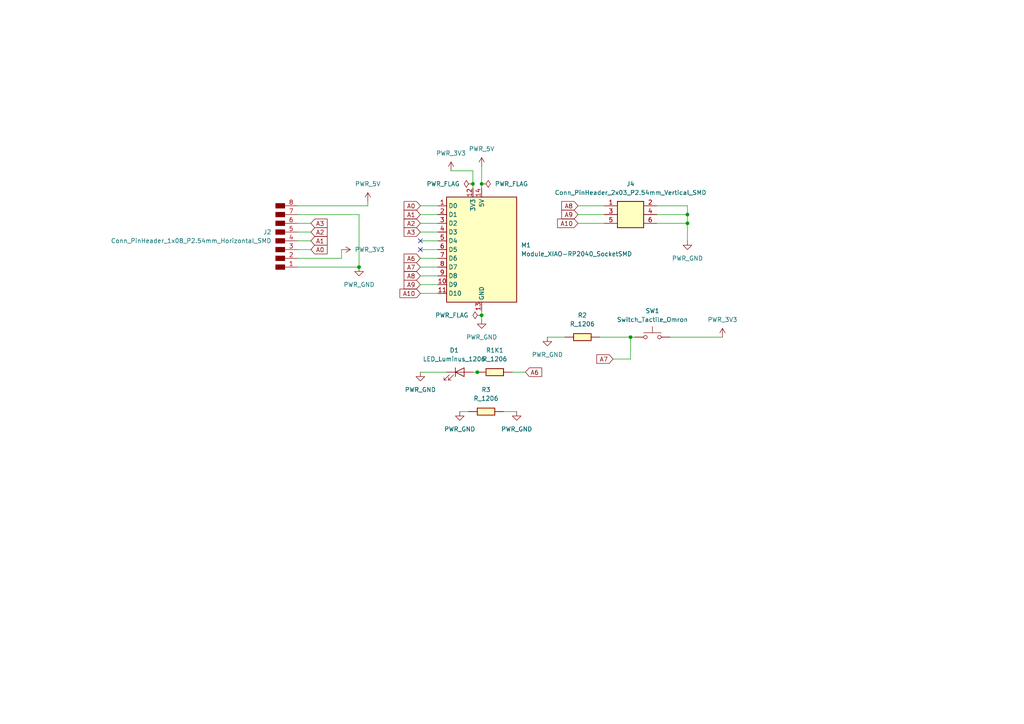
<source format=kicad_sch>
(kicad_sch (version 20231120) (generator "eeschema") (generator_version "8.0")
  (paper "A4")
  (lib_symbols
    (symbol "R_1206_1" (pin_numbers hide) (pin_names (offset 0))
      (property "Reference" "R" (at 2.54 0 90))
      (property "Value" "R_1206" (at -2.54 0 90))
      (symbol "R_1206_1_0_1"
        (rectangle (start -1.016 -2.54) (end 1.016 2.54) (stroke (width 0.254)) (fill (type background)))
      )
      (symbol "R_1206_1_1_1"
        (pin passive line (at 0 5.08 270) (length 2.54) (name "~") (number "1"))
        (pin passive line (at 0 -5.08 90) (length 2.54) (name "~") (number "2"))
      )
    )
    (symbol "R_1206_2" (pin_numbers hide) (pin_names (offset 0))
      (property "Reference" "R" (at 2.54 0 90))
      (property "Value" "R_1206" (at -2.54 0 90))
      (symbol "R_1206_2_0_1"
        (rectangle (start -1.016 -2.54) (end 1.016 2.54) (stroke (width 0.254)) (fill (type background)))
      )
      (symbol "R_1206_2_1_1"
        (pin passive line (at 0 5.08 270) (length 2.54) (name "~") (number "1"))
        (pin passive line (at 0 -5.08 90) (length 2.54) (name "~") (number "2"))
      )
    )
    (symbol "fab:Conn_PinHeader_1x08_P2.54mm_Horizontal_SMD" (pin_names hide)
      (property "Reference" "J" (at 0 10.16 0))
      (property "Value" "Conn_PinHeader_1x08_P2.54mm_Horizontal_SMD" (at 0 -12.7 0))
      (symbol "Conn_PinHeader_1x08_P2.54mm_Horizontal_SMD_1_1"
        (rectangle (start -1.27 -9.525) (end 1.27 -10.795) (stroke (width 0.254)) (fill (type outline)))
        (rectangle (start -1.27 -6.985) (end 1.27 -8.255) (stroke (width 0.254)) (fill (type outline)))
        (rectangle (start -1.27 -4.445) (end 1.27 -5.715) (stroke (width 0.254)) (fill (type outline)))
        (rectangle (start -1.27 -1.905) (end 1.27 -3.175) (stroke (width 0.254)) (fill (type outline)))
        (rectangle (start -1.27 0.635) (end 1.27 -0.635) (stroke (width 0.254)) (fill (type outline)))
        (rectangle (start -1.27 3.175) (end 1.27 1.905) (stroke (width 0.254)) (fill (type outline)))
        (rectangle (start -1.27 5.715) (end 1.27 4.445) (stroke (width 0.254)) (fill (type outline)))
        (rectangle (start -1.27 8.255) (end 1.27 6.985) (stroke (width 0.254)) (fill (type outline)))
        (pin passive line (at 5.08 7.62 180) (length 3.81) (name "Pin_1") (number "1"))
        (pin passive line (at 5.08 5.08 180) (length 3.81) (name "Pin_2") (number "2"))
        (pin passive line (at 5.08 2.54 180) (length 3.81) (name "Pin_3") (number "3"))
        (pin passive line (at 5.08 0 180) (length 3.81) (name "Pin_4") (number "4"))
        (pin passive line (at 5.08 -2.54 180) (length 3.81) (name "Pin_5") (number "5"))
        (pin passive line (at 5.08 -5.08 180) (length 3.81) (name "Pin_6") (number "6"))
        (pin passive line (at 5.08 -7.62 180) (length 3.81) (name "Pin_7") (number "7"))
        (pin passive line (at 5.08 -10.16 180) (length 3.81) (name "Pin_8") (number "8"))
      )
    )
    (symbol "fab:Conn_PinHeader_2x03_P2.54mm_Vertical_SMD" (pin_names hide)
      (property "Reference" "J" (at 0 5.08 0))
      (property "Value" "Conn_PinHeader_2x03_P2.54mm_Vertical_SMD" (at 0 -5.08 0))
      (symbol "Conn_PinHeader_2x03_P2.54mm_Vertical_SMD_1_1"
        (rectangle (start -3.81 3.81) (end 3.81 -3.81) (stroke (width 0.254)) (fill (type background)))
        (pin passive line (at -7.62 2.54 0) (length 3.81) (name "Pin_1") (number "1"))
        (pin passive line (at 7.62 2.54 180) (length 3.81) (name "Pin_2") (number "2"))
        (pin passive line (at -7.62 0 0) (length 3.81) (name "Pin_3") (number "3"))
        (pin passive line (at 7.62 0 180) (length 3.81) (name "Pin_4") (number "4"))
        (pin passive line (at -7.62 -2.54 0) (length 3.81) (name "Pin_5") (number "5"))
        (pin passive line (at 7.62 -2.54 180) (length 3.81) (name "Pin_6") (number "6"))
      )
    )
    (symbol "fab:LED_Luminus_1206" (pin_numbers hide) (pin_names (offset 1.016) hide)
      (property "Reference" "D" (at 0 2.54 0))
      (property "Value" "LED_Luminus_1206" (at 0 -2.54 0))
      (symbol "LED_Luminus_1206_0_1"
        (polyline (pts (xy -1.27 -1.27) (xy -1.27 1.27)) (stroke (width 0.2032)))
        (polyline (pts (xy -1.27 0) (xy 1.27 0)))
        (polyline (pts (xy 1.27 -1.27) (xy 1.27 1.27) (xy -1.27 0) (xy 1.27 -1.27)) (stroke (width 0.2032)))
        (polyline (pts (xy -3.048 -0.762) (xy -4.572 -2.286) (xy -3.81 -2.286) (xy -4.572 -2.286) (xy -4.572 -1.524)))
        (polyline (pts (xy -1.778 -0.762) (xy -3.302 -2.286) (xy -2.54 -2.286) (xy -3.302 -2.286) (xy -3.302 -1.524)))
      )
      (symbol "LED_Luminus_1206_1_1"
        (pin passive line (at -3.81 0 0) (length 2.54) (name "K") (number "1"))
        (pin passive line (at 3.81 0 180) (length 2.54) (name "A") (number "2"))
      )
    )
    (symbol "fab:Module_XIAO-RP2040_SocketSMD"
      (property "Reference" "M" (at -10.16 16.51 0))
      (property "Value" "Module_XIAO-RP2040_SocketSMD" (at 1.27 16.51 0))
      (symbol "Module_XIAO-RP2040_SocketSMD_1_1"
        (rectangle (start -10.16 15.24) (end 10.16 -15.24) (stroke (width 0.254)) (fill (type background)))
        (pin bidirectional line (at -12.7 12.7 0) (length 2.54) (name "D0") (number "1"))
        (pin bidirectional line (at -12.7 -10.16 0) (length 2.54) (name "D9") (number "10"))
        (pin bidirectional line (at -12.7 -12.7 0) (length 2.54) (name "D10") (number "11"))
        (pin power_in line (at -2.54 17.78 270) (length 2.54) (name "3V3") (number "12"))
        (pin power_in line (at 0 -17.78 90) (length 2.54) (name "GND") (number "13"))
        (pin power_in line (at 0 17.78 270) (length 2.54) (name "5V") (number "14"))
        (pin bidirectional line (at -12.7 10.16 0) (length 2.54) (name "D1") (number "2"))
        (pin bidirectional line (at -12.7 7.62 0) (length 2.54) (name "D2") (number "3"))
        (pin bidirectional line (at -12.7 5.08 0) (length 2.54) (name "D3") (number "4"))
        (pin bidirectional line (at -12.7 2.54 0) (length 2.54) (name "D4") (number "5"))
        (pin bidirectional line (at -12.7 0 0) (length 2.54) (name "D5") (number "6"))
        (pin bidirectional line (at -12.7 -2.54 0) (length 2.54) (name "D6") (number "7"))
        (pin bidirectional line (at -12.7 -5.08 0) (length 2.54) (name "D7") (number "8"))
        (pin bidirectional line (at -12.7 -7.62 0) (length 2.54) (name "D8") (number "9"))
      )
    )
    (symbol "fab:PWR_3V3" (power) (pin_names (offset 0))
      (property "Value" "PWR_3V3" (at 0 3.556 0))
      (symbol "PWR_3V3_0_1"
        (polyline (pts (xy -0.762 1.27) (xy 0 2.54)))
        (polyline (pts (xy 0 0) (xy 0 2.54)))
        (polyline (pts (xy 0 2.54) (xy 0.762 1.27)))
      )
      (symbol "PWR_3V3_1_1"
        (pin power_in line (at 0 0 90) (length 0) hide (name "PWR_3V3") (number "1"))
      )
    )
    (symbol "fab:PWR_5V" (power) (pin_names (offset 0))
      (property "Value" "PWR_5V" (at 0 3.556 0))
      (symbol "PWR_5V_0_1"
        (polyline (pts (xy -0.762 1.27) (xy 0 2.54)))
        (polyline (pts (xy 0 0) (xy 0 2.54)))
        (polyline (pts (xy 0 2.54) (xy 0.762 1.27)))
      )
      (symbol "PWR_5V_1_1"
        (pin power_in line (at 0 0 90) (length 0) hide (name "PWR_5V") (number "1"))
      )
    )
    (symbol "fab:PWR_FLAG" (power) (pin_numbers hide) (pin_names (offset 0) hide)
      (property "Value" "PWR_FLAG" (at 0 3.81 0))
      (symbol "PWR_FLAG_0_1"
        (polyline (pts (xy 0 0) (xy 0 1.27) (xy -1.016 1.905) (xy 0 2.54) (xy 1.016 1.905) (xy 0 1.27)))
      )
      (symbol "PWR_FLAG_1_0"
        (pin power_out line (at 0 0 90) (length 0) (name "PWR_FLAG") (number "1"))
      )
    )
    (symbol "fab:PWR_GND" (power) (pin_names (offset 0))
      (property "Value" "PWR_GND" (at 0 -3.81 0))
      (symbol "PWR_GND_0_1"
        (polyline (pts (xy 0 0) (xy 0 -1.27) (xy 1.27 -1.27) (xy 0 -2.54) (xy -1.27 -1.27) (xy 0 -1.27)))
      )
      (symbol "PWR_GND_1_1"
        (pin power_in line (at 0 0 270) (length 0) hide (name "PWR_GND") (number "1"))
      )
    )
    (symbol "fab:R_1206" (pin_numbers hide) (pin_names (offset 0))
      (property "Reference" "R" (at 2.54 0 90))
      (property "Value" "R_1206" (at -2.54 0 90))
      (symbol "R_1206_0_1"
        (rectangle (start -1.016 -2.54) (end 1.016 2.54) (stroke (width 0.254)) (fill (type background)))
      )
      (symbol "R_1206_1_1"
        (pin passive line (at 0 5.08 270) (length 2.54) (name "~") (number "1"))
        (pin passive line (at 0 -5.08 90) (length 2.54) (name "~") (number "2"))
      )
    )
    (symbol "fab:Switch_Tactile_Omron" (pin_numbers hide) (pin_names (offset 1.016) hide)
      (property "Reference" "SW" (at 1.27 2.54 0))
      (property "Value" "Switch_Tactile_Omron" (at 0 -1.524 0))
      (symbol "Switch_Tactile_Omron_0_1"
        (circle (center -2.032 0) (radius 0.508))
        (polyline (pts (xy 0 1.27) (xy 0 3.048)))
        (polyline (pts (xy 2.54 1.27) (xy -2.54 1.27)))
        (circle (center 2.032 0) (radius 0.508))
        (pin passive line (at -5.08 0 0) (length 2.54) (name "1") (number "1"))
        (pin passive line (at 5.08 0 180) (length 2.54) (name "2") (number "2"))
      )
    )
  )
  (junction (at 104.14 77.47))
  (junction (at 139.7 91.44))
  (junction (at 137.16 53.34))
  (junction (at 199.39 62.23))
  (junction (at 138.43 107.95))
  (junction (at 139.7 53.34))
  (junction (at 182.88 97.79))
  (junction (at 199.39 64.77))
  (no_connect (at 121.92 69.85))
  (no_connect (at 121.92 72.39))
  (wire (pts (xy 163.83 97.79) (xy 158.75 97.79)))
  (wire (pts (xy 121.92 74.93) (xy 127 74.93)))
  (wire (pts (xy 148.59 107.95) (xy 152.4 107.95)))
  (wire (pts (xy 86.36 74.93) (xy 99.06 74.93)))
  (wire (pts (xy 86.36 62.23) (xy 104.14 62.23)))
  (wire (pts (xy 182.88 97.79) (xy 184.15 97.79)))
  (wire (pts (xy 167.64 59.69) (xy 175.26 59.69)))
  (wire (pts (xy 182.88 104.14) (xy 177.8 104.14)))
  (wire (pts (xy 104.14 62.23) (xy 104.14 77.47)))
  (wire (pts (xy 146.05 119.38) (xy 149.86 119.38)))
  (wire (pts (xy 199.39 59.69) (xy 199.39 62.23)))
  (wire (pts (xy 167.64 64.77) (xy 175.26 64.77)))
  (wire (pts (xy 121.92 77.47) (xy 127 77.47)))
  (wire (pts (xy 133.35 119.38) (xy 135.89 119.38)))
  (wire (pts (xy 199.39 62.23) (xy 199.39 64.77)))
  (wire (pts (xy 137.16 53.34) (xy 137.16 49.53)))
  (wire (pts (xy 137.16 54.61) (xy 137.16 53.34)))
  (wire (pts (xy 121.92 62.23) (xy 127 62.23)))
  (wire (pts (xy 137.16 107.95) (xy 138.43 107.95)))
  (wire (pts (xy 182.88 97.79) (xy 182.88 104.14)))
  (wire (pts (xy 182.88 97.79) (xy 173.99 97.79)))
  (wire (pts (xy 121.92 82.55) (xy 127 82.55)))
  (wire (pts (xy 139.7 90.17) (xy 139.7 91.44)))
  (wire (pts (xy 121.92 67.31) (xy 127 67.31)))
  (wire (pts (xy 190.5 62.23) (xy 199.39 62.23)))
  (wire (pts (xy 86.36 69.85) (xy 90.17 69.85)))
  (wire (pts (xy 86.36 67.31) (xy 90.17 67.31)))
  (wire (pts (xy 121.92 64.77) (xy 127 64.77)))
  (wire (pts (xy 139.7 48.26) (xy 139.7 53.34)))
  (wire (pts (xy 121.92 69.85) (xy 127 69.85)))
  (wire (pts (xy 121.92 72.39) (xy 127 72.39)))
  (wire (pts (xy 190.5 64.77) (xy 199.39 64.77)))
  (wire (pts (xy 199.39 64.77) (xy 199.39 69.85)))
  (wire (pts (xy 190.5 59.69) (xy 199.39 59.69)))
  (wire (pts (xy 86.36 64.77) (xy 90.17 64.77)))
  (wire (pts (xy 121.92 107.95) (xy 129.54 107.95)))
  (wire (pts (xy 138.43 107.95) (xy 139.7 107.95)))
  (wire (pts (xy 139.7 53.34) (xy 139.7 54.61)))
  (wire (pts (xy 167.64 62.23) (xy 175.26 62.23)))
  (wire (pts (xy 121.92 59.69) (xy 127 59.69)))
  (wire (pts (xy 86.36 72.39) (xy 90.17 72.39)))
  (wire (pts (xy 121.92 85.09) (xy 127 85.09)))
  (wire (pts (xy 139.7 91.44) (xy 139.7 92.71)))
  (wire (pts (xy 121.92 80.01) (xy 127 80.01)))
  (wire (pts (xy 99.06 74.93) (xy 99.06 72.39)))
  (wire (pts (xy 106.68 58.42) (xy 106.68 59.69)))
  (wire (pts (xy 86.36 59.69) (xy 106.68 59.69)))
  (wire (pts (xy 137.16 49.53) (xy 130.81 49.53)))
  (wire (pts (xy 194.31 97.79) (xy 209.55 97.79)))
  (wire (pts (xy 86.36 77.47) (xy 104.14 77.47)))
  (global_label "A3" (shape input) (at 90.17 64.77 0) (property "Intersheetrefs" "${INTERSHEET_REFS}" (effects (hide yes))))
  (global_label "A0" (shape input) (at 90.17 72.39 0) (property "Intersheetrefs" "${INTERSHEET_REFS}" (effects (hide yes))))
  (global_label "A6" (shape input) (at 152.4 107.95 0) (property "Intersheetrefs" "${INTERSHEET_REFS}" (effects (hide yes))))
  (global_label "A10" (shape input) (at 121.92 85.09 180) (property "Intersheetrefs" "${INTERSHEET_REFS}" (effects (hide yes))))
  (global_label "A10" (shape input) (at 167.64 64.77 180) (property "Intersheetrefs" "${INTERSHEET_REFS}" (effects (hide yes))))
  (global_label "A9" (shape input) (at 167.64 62.23 180) (property "Intersheetrefs" "${INTERSHEET_REFS}" (effects (hide yes))))
  (global_label "A3" (shape input) (at 121.92 67.31 180) (property "Intersheetrefs" "${INTERSHEET_REFS}" (effects (hide yes))))
  (global_label "A6" (shape input) (at 121.92 74.93 180) (property "Intersheetrefs" "${INTERSHEET_REFS}" (effects (hide yes))))
  (global_label "A7" (shape input) (at 177.8 104.14 180) (property "Intersheetrefs" "${INTERSHEET_REFS}" (effects (hide yes))))
  (global_label "A7" (shape input) (at 121.92 77.47 180) (property "Intersheetrefs" "${INTERSHEET_REFS}" (effects (hide yes))))
  (global_label "A1" (shape input) (at 121.92 62.23 180) (property "Intersheetrefs" "${INTERSHEET_REFS}" (effects (hide yes))))
  (global_label "A2" (shape input) (at 121.92 64.77 180) (property "Intersheetrefs" "${INTERSHEET_REFS}" (effects (hide yes))))
  (global_label "A0" (shape input) (at 121.92 59.69 180) (property "Intersheetrefs" "${INTERSHEET_REFS}" (effects (hide yes))))
  (global_label "A1" (shape input) (at 90.17 69.85 0) (property "Intersheetrefs" "${INTERSHEET_REFS}" (effects (hide yes))))
  (global_label "A8" (shape input) (at 121.92 80.01 180) (property "Intersheetrefs" "${INTERSHEET_REFS}" (effects (hide yes))))
  (global_label "A9" (shape input) (at 121.92 82.55 180) (property "Intersheetrefs" "${INTERSHEET_REFS}" (effects (hide yes))))
  (global_label "A2" (shape input) (at 90.17 67.31 0) (property "Intersheetrefs" "${INTERSHEET_REFS}" (effects (hide yes))))
  (global_label "A8" (shape input) (at 167.64 59.69 180) (property "Intersheetrefs" "${INTERSHEET_REFS}" (effects (hide yes))))
  (symbol (lib_name "R_1206_1") (lib_id "fab:R_1206") (at 168.91 97.79 90) (unit 1)
    (property "Reference" "R2" (at 168.91 91.44 90))
    (property "Value" "R_1206" (at 168.91 93.98 90))
    (property "Footprint" "fab:R_1206" (effects (hide yes)))
    (property "Description" "Resistor" (effects (hide yes)))
  )
  (symbol (lib_id "fab:PWR_GND") (at 133.35 119.38 0) (unit 1)
    (property "Reference" "#PWR012" (effects (hide yes)))
    (property "Value" "PWR_GND" (at 133.35 124.46 0))
  )
  (symbol (lib_id "fab:PWR_FLAG") (at 139.7 91.44 90) (unit 1)
    (property "Reference" "#FLG03" (effects (hide yes)))
    (property "Value" "PWR_FLAG" (at 135.89 91.4399 90) (effects (justify left)))
    (property "Description" "Special symbol for telling ERC where power comes from" (effects (hide yes)))
  )
  (symbol (lib_id "fab:PWR_FLAG") (at 139.7 53.34 270) (unit 1)
    (property "Reference" "#FLG02" (effects (hide yes)))
    (property "Value" "PWR_FLAG" (at 143.51 53.3399 90) (effects (justify left)))
    (property "Description" "Special symbol for telling ERC where power comes from" (effects (hide yes)))
  )
  (symbol (lib_id "fab:R_1206") (at 140.97 119.38 90) (unit 1)
    (property "Reference" "R3" (at 140.97 113.03 90))
    (property "Value" "R_1206" (at 140.97 115.57 90))
    (property "Footprint" "fab:R_1206" (effects (hide yes)))
    (property "Description" "Resistor" (effects (hide yes)))
  )
  (symbol (lib_id "fab:Switch_Tactile_Omron") (at 189.23 97.79 0) (unit 1)
    (property "Reference" "SW1" (at 189.23 90.17 0))
    (property "Value" "Switch_Tactile_Omron" (at 189.23 92.71 0))
    (property "Footprint" "fab:Button_Omron_B3SN_6.0x6.0mm" (effects (hide yes)))
    (property "Datasheet" "https://omronfs.omron.com/en_US/ecb/products/pdf/en-b3sn.pdf" (effects (hide yes)))
    (property "Description" "Push button switch, Omron, B3SN, Sealed Tactile Switch (SMT), SPST-NO Top Actuated Surface Mount" (effects (hide yes)))
  )
  (symbol (lib_id "fab:PWR_3V3") (at 209.55 97.79 0) (unit 1)
    (property "Reference" "#PWR018" (effects (hide yes)))
    (property "Value" "PWR_3V3" (at 209.55 92.71 0))
  )
  (symbol (lib_id "fab:PWR_3V3") (at 130.81 49.53 0) (unit 1)
    (property "Reference" "#PWR011" (effects (hide yes)))
    (property "Value" "PWR_3V3" (at 130.81 44.45 0))
  )
  (symbol (lib_name "R_1206_2") (lib_id "fab:R_1206") (at 143.51 107.95 90) (unit 1)
    (property "Reference" "R1K1" (at 143.51 101.6 90))
    (property "Value" "R_1206" (at 143.51 104.14 90))
    (property "Footprint" "fab:R_1206" (effects (hide yes)))
    (property "Description" "Resistor" (effects (hide yes)))
  )
  (symbol (lib_id "fab:PWR_GND") (at 139.7 92.71 0) (unit 1)
    (property "Reference" "#PWR014" (effects (hide yes)))
    (property "Value" "PWR_GND" (at 139.7 97.79 0))
  )
  (symbol (lib_id "fab:PWR_5V") (at 106.68 58.42 0) (unit 1)
    (property "Reference" "#PWR06" (effects (hide yes)))
    (property "Value" "PWR_5V" (at 106.68 53.34 0))
  )
  (symbol (lib_id "fab:PWR_5V") (at 139.7 48.26 0) (unit 1)
    (property "Reference" "#PWR013" (effects (hide yes)))
    (property "Value" "PWR_5V" (at 139.7 43.18 0))
  )
  (symbol (lib_id "fab:PWR_GND") (at 149.86 119.38 0) (unit 1)
    (property "Reference" "#PWR015" (effects (hide yes)))
    (property "Value" "PWR_GND" (at 149.86 124.46 0))
  )
  (symbol (lib_id "fab:Module_XIAO-RP2040_SocketSMD") (at 139.7 72.39 0) (unit 1)
    (property "Reference" "M1" (at 151.13 71.1199 0) (effects (justify left)))
    (property "Value" "Module_XIAO-RP2040_SocketSMD" (at 151.13 73.6599 0) (effects (justify left)))
    (property "Footprint" "fab:SeeedStudio_XIAO_SocketSMD" (effects (hide yes)))
    (property "Datasheet" "https://wiki.seeedstudio.com/XIAO-RP2040/" (effects (hide yes)))
    (property "Description" "RP2040 XIAO RP2040 - ARM® Cortex®-M0+ MCU 32-Bit Embedded Evaluation Board SMD Socket (Female Header)" (effects (hide yes)))
  )
  (symbol (lib_id "fab:PWR_3V3") (at 99.06 72.39 270) (unit 1)
    (property "Reference" "#PWR07" (effects (hide yes)))
    (property "Value" "PWR_3V3" (at 102.87 72.3899 90) (effects (justify left)))
  )
  (symbol (lib_id "fab:LED_Luminus_1206") (at 133.35 107.95 0) (unit 1)
    (property "Reference" "D1" (at 131.7498 101.6 0))
    (property "Value" "LED_Luminus_1206" (at 131.7498 104.14 0))
    (property "Footprint" "fab:LED_1206" (effects (hide yes)))
    (property "Datasheet" "https://download.luminus.com/datasheets/Luminus_MP3014_1100_Datasheet.pdf" (effects (hide yes)))
    (property "Description" "LED Lighting - White, Cool 5000K 2.85V 60mA 110° 1206 (3014 Metric)" (effects (hide yes)))
  )
  (symbol (lib_id "fab:PWR_GND") (at 158.75 97.79 0) (mirror y) (unit 1)
    (property "Reference" "#PWR016" (effects (hide yes)))
    (property "Value" "PWR_GND" (at 158.75 102.87 0))
  )
  (symbol (lib_id "fab:PWR_GND") (at 104.14 77.47 0) (unit 1)
    (property "Reference" "#PWR04" (effects (hide yes)))
    (property "Value" "PWR_GND" (at 104.14 82.55 0))
  )
  (symbol (lib_id "fab:PWR_GND") (at 121.92 107.95 0) (unit 1)
    (property "Reference" "#PWR010" (effects (hide yes)))
    (property "Value" "PWR_GND" (at 121.92 113.03 0))
  )
  (symbol (lib_id "fab:Conn_PinHeader_2x03_P2.54mm_Vertical_SMD") (at 182.88 62.23 0) (unit 1)
    (property "Reference" "J4" (at 182.88 53.34 0))
    (property "Value" "Conn_PinHeader_2x03_P2.54mm_Vertical_SMD" (at 182.88 55.88 0))
    (property "Footprint" "fab:PinHeader_2x03_P2.54mm_Vertical_SMD" (effects (hide yes)))
    (property "Datasheet" "https://cdn.amphenol-icc.com/media/wysiwyg/files/drawing/95278.pdf" (effects (hide yes)))
  )
  (symbol (lib_id "fab:PWR_FLAG") (at 137.16 53.34 90) (unit 1)
    (property "Reference" "#FLG01" (effects (hide yes)))
    (property "Value" "PWR_FLAG" (at 133.35 53.3399 90) (effects (justify left)))
    (property "Description" "Special symbol for telling ERC where power comes from" (effects (hide yes)))
  )
  (symbol (lib_id "fab:Conn_PinHeader_1x08_P2.54mm_Horizontal_SMD") (at 81.28 69.85 0) (mirror x) (unit 1)
    (property "Reference" "J2" (at 78.74 67.3099 0) (effects (justify right)))
    (property "Value" "Conn_PinHeader_1x08_P2.54mm_Horizontal_SMD" (at 78.74 69.8499 0) (effects (justify right)))
    (property "Footprint" "fab:PinHeader_1x08_P2.54mm_Horizontal_SMD" (effects (hide yes)))
  )
  (symbol (lib_id "fab:PWR_GND") (at 199.39 69.85 0) (unit 1)
    (property "Reference" "#PWR017" (effects (hide yes)))
    (property "Value" "PWR_GND" (at 199.39 74.93 0))
  )
)
</source>
